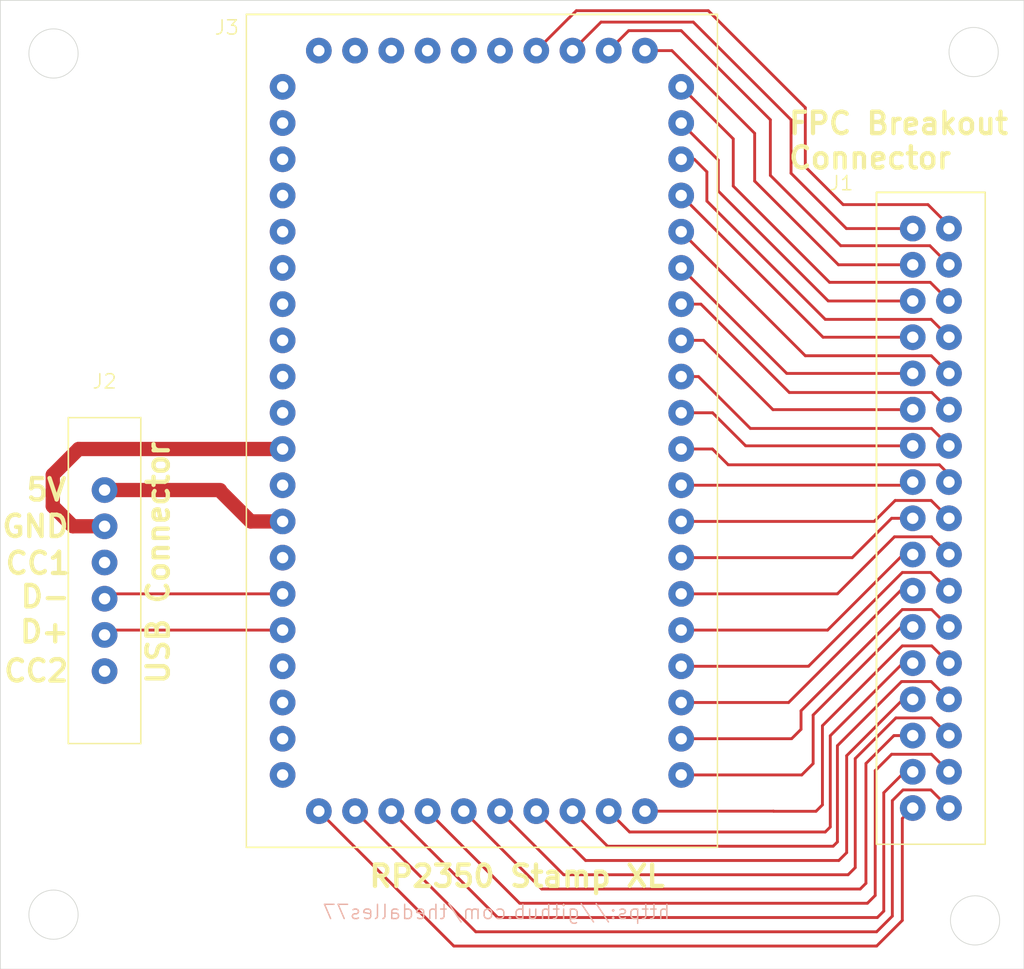
<source format=kicad_pcb>
(kicad_pcb (version 20241229) (generator "pcbnew") (generator_version "9.0")
  (layers (0 "F.Cu" signal) (2 "B.Cu" signal) (13 "F.Paste" user) (15 "B.Paste" user) (5 "F.SilkS" user "F.Silkscreen") (7 "B.SilkS" user "B.Silkscreen") (1 "F.Mask" user) (3 "B.Mask" user) (25 "Edge.Cuts" user))
  (net 0 "")
  (net 1 "Net-(J3-GP26)")
  (net 2 "Net-(J3-GP16)")
  (net 3 "Net-(J3-GP24)")
  (net 4 "Net-(J3-GP0)")
  (net 5 "Net-(J3-GP7)")
  (net 6 "Net-(J3-GP29)")
  (net 7 "Net-(J3-GP33)")
  (net 8 "Net-(J3-GP30)")
  (net 9 "Net-(J3-GP13)")
  (net 10 "Net-(J3-GP22)")
  (net 11 "Net-(J3-GP25)")
  (net 12 "Net-(J3-GP18)")
  (net 13 "Net-(J3-GP3)")
  (net 14 "Net-(J3-GP17)")
  (net 15 "Net-(J3-GP28)")
  (net 16 "Net-(J3-GP6)")
  (net 17 "Net-(J3-GP31)")
  (net 18 "Net-(J3-GP2)")
  (net 19 "Net-(J3-GP21)")
  (net 20 "Net-(J3-GP19)")
  (net 21 "Net-(J3-GP1)")
  (net 22 "Net-(J3-GP5)")
  (net 23 "Net-(J3-GP20)")
  (net 24 "Net-(J3-GP11)")
  (net 25 "Net-(J3-GP32)")
  (net 26 "Net-(J3-GP14)")
  (net 27 "Net-(J3-GP12)")
  (net 28 "Net-(J3-GP8)")
  (net 29 "Net-(J3-GP27)")
  (net 30 "Net-(J3-GP23)")
  (net 31 "Net-(J3-GP4)")
  (net 32 "Net-(J3-GP10)")
  (net 33 "Net-(J3-GP9)")
  (net 34 "Net-(J3-GP15)")
  (net 37 "Net-(J2-VBUS)")
  (net 38 "Net-(J2-D+)")
  (net 39 "Net-(J2-D-)")
  (net 40 "Net-(J2-GND)")
  (footprint "34pinLibrary:34 pin header" (layer "F.Cu") (at 168.73 82.68)
    (property "Reference" "J1" (at -5.0068 -3.18 0) (layer "F.SilkS") (effects (font (thickness 0.1))))
    (property "Value" "FPC Breakout" (hide yes))
    (fp_line (start -2.54 -2.54) (end 5.08 -2.54) (stroke (width 0.1)) (layer "F.SilkS"))
    (fp_line (start -2.54 -2.54) (end 5.08 -2.54) (stroke (width 0.1)) (layer "F.SilkS"))
    (fp_line (start -2.54 -2.54) (end 5.08 -2.54) (stroke (width 0.1)) (layer "F.SilkS"))
    (fp_line (start -2.54 43.18) (end -2.54 -2.54) (stroke (width 0.1)) (layer "F.SilkS"))
    (fp_line (start -2.54 43.18) (end -2.54 -2.54) (stroke (width 0.1)) (layer "F.SilkS"))
    (fp_line (start -2.54 43.18) (end -2.54 -2.54) (stroke (width 0.1)) (layer "F.SilkS"))
    (fp_line (start 5.08 -2.54) (end 5.08 43.18) (stroke (width 0.1)) (layer "F.SilkS"))
    (fp_line (start 5.08 -2.54) (end 5.08 43.18) (stroke (width 0.1)) (layer "F.SilkS"))
    (fp_line (start 5.08 43.18) (end -2.54 43.18) (stroke (width 0.1)) (layer "F.SilkS"))
    (pad "1" thru_hole circle (at 2.54 0) (size 1.8 1.8) (drill 0.8) (layers "*.Cu" "*.Mask") (net 7 "Net-(J3-GP33)"))
    (pad "2" thru_hole circle (at 0 0) (size 1.8 1.8) (drill 0.8) (layers "*.Cu" "*.Mask") (net 25 "Net-(J3-GP32)"))
    (pad "3" thru_hole circle (at 2.54 2.54) (size 1.8 1.8) (drill 0.8) (layers "*.Cu" "*.Mask") (net 17 "Net-(J3-GP31)"))
    (pad "4" thru_hole circle (at 0 2.54) (size 1.8 1.8) (drill 0.8) (layers "*.Cu" "*.Mask") (net 8 "Net-(J3-GP30)"))
    (pad "5" thru_hole circle (at 2.54 5.08) (size 1.8 1.8) (drill 0.8) (layers "*.Cu" "*.Mask") (net 6 "Net-(J3-GP29)"))
    (pad "6" thru_hole circle (at 0 5.08) (size 1.8 1.8) (drill 0.8) (layers "*.Cu" "*.Mask") (net 15 "Net-(J3-GP28)"))
    (pad "7" thru_hole circle (at 2.54 7.62) (size 1.8 1.8) (drill 0.8) (layers "*.Cu" "*.Mask") (net 29 "Net-(J3-GP27)"))
    (pad "8" thru_hole circle (at 0 7.62) (size 1.8 1.8) (drill 0.8) (layers "*.Cu" "*.Mask") (net 1 "Net-(J3-GP26)"))
    (pad "9" thru_hole circle (at 2.54 10.16) (size 1.8 1.8) (drill 0.8) (layers "*.Cu" "*.Mask") (net 11 "Net-(J3-GP25)"))
    (pad "10" thru_hole circle (at 0 10.16) (size 1.8 1.8) (drill 0.8) (layers "*.Cu" "*.Mask") (net 3 "Net-(J3-GP24)"))
    (pad "11" thru_hole circle (at 2.54 12.7) (size 1.8 1.8) (drill 0.8) (layers "*.Cu" "*.Mask") (net 30 "Net-(J3-GP23)"))
    (pad "12" thru_hole circle (at 0 12.7) (size 1.8 1.8) (drill 0.8) (layers "*.Cu" "*.Mask") (net 10 "Net-(J3-GP22)"))
    (pad "13" thru_hole circle (at 2.54 15.24) (size 1.8 1.8) (drill 0.8) (layers "*.Cu" "*.Mask") (net 19 "Net-(J3-GP21)"))
    (pad "14" thru_hole circle (at 0 15.24) (size 1.8 1.8) (drill 0.8) (layers "*.Cu" "*.Mask") (net 23 "Net-(J3-GP20)"))
    (pad "15" thru_hole circle (at 2.54 17.78) (size 1.8 1.8) (drill 0.8) (layers "*.Cu" "*.Mask") (net 20 "Net-(J3-GP19)"))
    (pad "16" thru_hole circle (at 0 17.78) (size 1.8 1.8) (drill 0.8) (layers "*.Cu" "*.Mask") (net 12 "Net-(J3-GP18)"))
    (pad "17" thru_hole circle (at 2.54 20.32) (size 1.8 1.8) (drill 0.8) (layers "*.Cu" "*.Mask") (net 14 "Net-(J3-GP17)"))
    (pad "18" thru_hole circle (at 0 20.32) (size 1.8 1.8) (drill 0.8) (layers "*.Cu" "*.Mask") (net 2 "Net-(J3-GP16)"))
    (pad "19" thru_hole circle (at 2.54 22.86) (size 1.8 1.8) (drill 0.8) (layers "*.Cu" "*.Mask") (net 34 "Net-(J3-GP15)"))
    (pad "20" thru_hole circle (at 0 22.86) (size 1.8 1.8) (drill 0.8) (layers "*.Cu" "*.Mask") (net 26 "Net-(J3-GP14)"))
    (pad "21" thru_hole circle (at 2.54 25.4) (size 1.8 1.8) (drill 0.8) (layers "*.Cu" "*.Mask") (net 9 "Net-(J3-GP13)"))
    (pad "22" thru_hole circle (at 0 25.4) (size 1.8 1.8) (drill 0.8) (layers "*.Cu" "*.Mask") (net 27 "Net-(J3-GP12)"))
    (pad "23" thru_hole circle (at 2.54 27.94) (size 1.8 1.8) (drill 0.8) (layers "*.Cu" "*.Mask") (net 24 "Net-(J3-GP11)"))
    (pad "24" thru_hole circle (at 0 27.94) (size 1.8 1.8) (drill 0.8) (layers "*.Cu" "*.Mask") (net 32 "Net-(J3-GP10)"))
    (pad "25" thru_hole circle (at 2.54 30.48) (size 1.8 1.8) (drill 0.8) (layers "*.Cu" "*.Mask") (net 33 "Net-(J3-GP9)"))
    (pad "26" thru_hole circle (at 0 30.48) (size 1.8 1.8) (drill 0.8) (layers "*.Cu" "*.Mask") (net 28 "Net-(J3-GP8)"))
    (pad "27" thru_hole circle (at 2.54 33.02) (size 1.8 1.8) (drill 0.8) (layers "*.Cu" "*.Mask") (net 5 "Net-(J3-GP7)"))
    (pad "28" thru_hole circle (at 0 33.02) (size 1.8 1.8) (drill 0.8) (layers "*.Cu" "*.Mask") (net 16 "Net-(J3-GP6)"))
    (pad "29" thru_hole circle (at 2.54 35.56) (size 1.8 1.8) (drill 0.8) (layers "*.Cu" "*.Mask") (net 22 "Net-(J3-GP5)"))
    (pad "30" thru_hole circle (at 0 35.56) (size 1.8 1.8) (drill 0.8) (layers "*.Cu" "*.Mask") (net 31 "Net-(J3-GP4)"))
    (pad "31" thru_hole circle (at 2.54 38.1) (size 1.8 1.8) (drill 0.8) (layers "*.Cu" "*.Mask") (net 13 "Net-(J3-GP3)"))
    (pad "32" thru_hole circle (at 0 38.1) (size 1.8 1.8) (drill 0.8) (layers "*.Cu" "*.Mask") (net 18 "Net-(J3-GP2)"))
    (pad "33" thru_hole circle (at 2.54 40.64) (size 1.8 1.8) (drill 0.8) (layers "*.Cu" "*.Mask") (net 21 "Net-(J3-GP1)"))
    (pad "34" thru_hole circle (at 0 40.64) (size 1.8 1.8) (drill 0.8) (layers "*.Cu" "*.Mask") (net 4 "Net-(J3-GP0)"))
  )
  (footprint "34pinLibrary:USB_C" (layer "F.Cu") (at 112.08 93.4)
    (property "Reference" "J2" (at 0 0 0) (layer "F.SilkS") (effects (font (thickness 0.1))))
    (property "Value" "USB C Breakout")
    (fp_line (start -2.54 2.54) (end 2.54 2.54) (stroke (width 0.1)) (layer "F.SilkS"))
    (fp_line (start -2.54 25.4) (end -2.54 2.54) (stroke (width 0.1)) (layer "F.SilkS"))
    (fp_line (start -2.54 25.4) (end -2.54 2.54) (stroke (width 0.1)) (layer "F.SilkS"))
    (fp_line (start -2.54 25.4) (end -2.54 2.54) (stroke (width 0.1)) (layer "F.SilkS"))
    (fp_line (start 2.54 2.54) (end 2.54 25.4) (stroke (width 0.1)) (layer "F.SilkS"))
    (fp_line (start 2.54 2.54) (end 2.54 25.4) (stroke (width 0.1)) (layer "F.SilkS"))
    (fp_line (start 2.54 2.54) (end 2.54 25.4) (stroke (width 0.1)) (layer "F.SilkS"))
    (fp_line (start 2.54 25.4) (end -2.54 25.4) (stroke (width 0.1)) (layer "F.SilkS"))
    (pad "1" thru_hole circle (at 0 7.62) (size 1.8 1.8) (drill 0.8) (layers "*.Cu" "*.Mask") (net 37 "Net-(J2-VBUS)"))
    (pad "2" thru_hole circle (at 0 10.16) (size 1.8 1.8) (drill 0.8) (layers "*.Cu" "*.Mask") (net 40 "Net-(J2-GND)"))
    (pad "3" thru_hole circle (at 0 12.7) (size 1.8 1.8) (drill 0.8) (layers "*.Cu" "*.Mask"))
    (pad "4" thru_hole circle (at 0 15.24) (size 1.8 1.8) (drill 0.8) (layers "*.Cu" "*.Mask") (net 39 "Net-(J2-D-)"))
    (pad "5" thru_hole circle (at 0 17.78) (size 1.8 1.8) (drill 0.8) (layers "*.Cu" "*.Mask") (net 38 "Net-(J2-D+)"))
    (pad "6" thru_hole circle (at 0 20.32) (size 1.8 1.8) (drill 0.8) (layers "*.Cu" "*.Mask"))
  )
  (footprint "34pinLibrary:RP2350 Stamp XL" (layer "F.Cu") (at 137.26 67.66)
    (property "Reference" "J3" (at -16.61 0.92 0) (layer "F.SilkS") (effects (font (thickness 0.1))))
    (property "Value" "RP2350 STAMP XL")
    (fp_line (start -15.24 0) (end -15.24 58.42) (stroke (width 0.1)) (layer "F.SilkS"))
    (fp_line (start -15.24 0) (end 17.78 0) (stroke (width 0.1)) (layer "F.SilkS"))
    (fp_line (start -15.24 58.42) (end 17.78 58.42) (stroke (width 0.1)) (layer "F.SilkS"))
    (fp_line (start -15.24 58.42) (end 17.78 58.42) (stroke (width 0.1)) (layer "F.SilkS"))
    (fp_line (start 17.78 0) (end -15.24 0) (stroke (width 0.1)) (layer "F.SilkS"))
    (fp_line (start 17.78 0) (end -15.24 0) (stroke (width 0.1)) (layer "F.SilkS"))
    (fp_line (start 17.78 58.42) (end -15.24 58.42) (stroke (width 0.1)) (layer "F.SilkS"))
    (fp_line (start 17.78 58.42) (end 17.78 0) (stroke (width 0.1)) (layer "F.SilkS"))
    (pad "1" thru_hole circle (at -10.16 55.88) (size 1.8 1.8) (drill 0.8) (layers "*.Cu" "*.Mask") (net 4 "Net-(J3-GP0)"))
    (pad "2" thru_hole circle (at -7.62 55.88) (size 1.8 1.8) (drill 0.8) (layers "*.Cu" "*.Mask") (net 21 "Net-(J3-GP1)"))
    (pad "3" thru_hole circle (at -5.08 55.88) (size 1.8 1.8) (drill 0.8) (layers "*.Cu" "*.Mask") (net 18 "Net-(J3-GP2)"))
    (pad "4" thru_hole circle (at -2.54 55.88) (size 1.8 1.8) (drill 0.8) (layers "*.Cu" "*.Mask") (net 13 "Net-(J3-GP3)"))
    (pad "5" thru_hole circle (at 0 55.88) (size 1.8 1.8) (drill 0.8) (layers "*.Cu" "*.Mask") (net 31 "Net-(J3-GP4)"))
    (pad "6" thru_hole circle (at 2.54 55.88) (size 1.8 1.8) (drill 0.8) (layers "*.Cu" "*.Mask") (net 22 "Net-(J3-GP5)"))
    (pad "7" thru_hole circle (at 5.08 55.88) (size 1.8 1.8) (drill 0.8) (layers "*.Cu" "*.Mask") (net 16 "Net-(J3-GP6)"))
    (pad "8" thru_hole circle (at 7.62 55.88) (size 1.8 1.8) (drill 0.8) (layers "*.Cu" "*.Mask") (net 5 "Net-(J3-GP7)"))
    (pad "9" thru_hole circle (at 10.16 55.88) (size 1.8 1.8) (drill 0.8) (layers "*.Cu" "*.Mask") (net 28 "Net-(J3-GP8)"))
    (pad "10" thru_hole circle (at 12.7 55.88) (size 1.8 1.8) (drill 0.8) (layers "*.Cu" "*.Mask") (net 33 "Net-(J3-GP9)"))
    (pad "11" thru_hole circle (at 15.24 53.34) (size 1.8 1.8) (drill 0.8) (layers "*.Cu" "*.Mask") (net 32 "Net-(J3-GP10)"))
    (pad "12" thru_hole circle (at 15.24 50.8) (size 1.8 1.8) (drill 0.8) (layers "*.Cu" "*.Mask") (net 24 "Net-(J3-GP11)"))
    (pad "13" thru_hole circle (at 15.24 48.26) (size 1.8 1.8) (drill 0.8) (layers "*.Cu" "*.Mask") (net 27 "Net-(J3-GP12)"))
    (pad "14" thru_hole circle (at 15.24 45.72) (size 1.8 1.8) (drill 0.8) (layers "*.Cu" "*.Mask") (net 9 "Net-(J3-GP13)"))
    (pad "15" thru_hole circle (at 15.24 43.18) (size 1.8 1.8) (drill 0.8) (layers "*.Cu" "*.Mask") (net 26 "Net-(J3-GP14)"))
    (pad "16" thru_hole circle (at 15.24 40.64) (size 1.8 1.8) (drill 0.8) (layers "*.Cu" "*.Mask") (net 34 "Net-(J3-GP15)"))
    (pad "17" thru_hole circle (at 15.24 38.1) (size 1.8 1.8) (drill 0.8) (layers "*.Cu" "*.Mask") (net 2 "Net-(J3-GP16)"))
    (pad "18" thru_hole circle (at 15.24 35.56) (size 1.8 1.8) (drill 0.8) (layers "*.Cu" "*.Mask") (net 14 "Net-(J3-GP17)"))
    (pad "19" thru_hole circle (at 15.24 33.02) (size 1.8 1.8) (drill 0.8) (layers "*.Cu" "*.Mask") (net 12 "Net-(J3-GP18)"))
    (pad "20" thru_hole circle (at 15.24 30.48) (size 1.8 1.8) (drill 0.8) (layers "*.Cu" "*.Mask") (net 20 "Net-(J3-GP19)"))
    (pad "21" thru_hole circle (at 15.24 27.94) (size 1.8 1.8) (drill 0.8) (layers "*.Cu" "*.Mask") (net 23 "Net-(J3-GP20)"))
    (pad "22" thru_hole circle (at 15.24 25.4) (size 1.8 1.8) (drill 0.8) (layers "*.Cu" "*.Mask") (net 19 "Net-(J3-GP21)"))
    (pad "23" thru_hole circle (at 15.24 22.86) (size 1.8 1.8) (drill 0.8) (layers "*.Cu" "*.Mask") (net 10 "Net-(J3-GP22)"))
    (pad "24" thru_hole circle (at 15.24 20.32) (size 1.8 1.8) (drill 0.8) (layers "*.Cu" "*.Mask") (net 30 "Net-(J3-GP23)"))
    (pad "25" thru_hole circle (at 15.24 17.78) (size 1.8 1.8) (drill 0.8) (layers "*.Cu" "*.Mask") (net 3 "Net-(J3-GP24)"))
    (pad "26" thru_hole circle (at 15.24 15.24) (size 1.8 1.8) (drill 0.8) (layers "*.Cu" "*.Mask") (net 11 "Net-(J3-GP25)"))
    (pad "27" thru_hole circle (at 15.24 12.7) (size 1.8 1.8) (drill 0.8) (layers "*.Cu" "*.Mask") (net 1 "Net-(J3-GP26)"))
    (pad "28" thru_hole circle (at 15.24 10.16) (size 1.8 1.8) (drill 0.8) (layers "*.Cu" "*.Mask") (net 29 "Net-(J3-GP27)"))
    (pad "29" thru_hole circle (at 15.24 7.62) (size 1.8 1.8) (drill 0.8) (layers "*.Cu" "*.Mask") (net 15 "Net-(J3-GP28)"))
    (pad "30" thru_hole circle (at 15.24 5.08) (size 1.8 1.8) (drill 0.8) (layers "*.Cu" "*.Mask") (net 6 "Net-(J3-GP29)"))
    (pad "31" thru_hole circle (at 12.7 2.54) (size 1.8 1.8) (drill 0.8) (layers "*.Cu" "*.Mask") (net 8 "Net-(J3-GP30)"))
    (pad "32" thru_hole circle (at 10.16 2.54) (size 1.8 1.8) (drill 0.8) (layers "*.Cu" "*.Mask") (net 17 "Net-(J3-GP31)"))
    (pad "33" thru_hole circle (at 7.62 2.54) (size 1.8 1.8) (drill 0.8) (layers "*.Cu" "*.Mask") (net 25 "Net-(J3-GP32)"))
    (pad "34" thru_hole circle (at 5.08 2.54) (size 1.8 1.8) (drill 0.8) (layers "*.Cu" "*.Mask") (net 7 "Net-(J3-GP33)"))
    (pad "35" thru_hole circle (at 2.54 2.54) (size 1.8 1.8) (drill 0.8) (layers "*.Cu" "*.Mask"))
    (pad "36" thru_hole circle (at 0 2.54) (size 1.8 1.8) (drill 0.8) (layers "*.Cu" "*.Mask"))
    (pad "37" thru_hole circle (at -2.54 2.54) (size 1.8 1.8) (drill 0.8) (layers "*.Cu" "*.Mask"))
    (pad "38" thru_hole circle (at -5.08 2.54) (size 1.8 1.8) (drill 0.8) (layers "*.Cu" "*.Mask"))
    (pad "39" thru_hole circle (at -7.62 2.54) (size 1.8 1.8) (drill 0.8) (layers "*.Cu" "*.Mask"))
    (pad "40" thru_hole circle (at -10.16 2.54) (size 1.8 1.8) (drill 0.8) (layers "*.Cu" "*.Mask"))
    (pad "41" thru_hole circle (at -12.7 5.08) (size 1.8 1.8) (drill 0.8) (layers "*.Cu" "*.Mask"))
    (pad "42" thru_hole circle (at -12.7 7.62) (size 1.8 1.8) (drill 0.8) (layers "*.Cu" "*.Mask"))
    (pad "43" thru_hole circle (at -12.7 10.16) (size 1.8 1.8) (drill 0.8) (layers "*.Cu" "*.Mask"))
    (pad "44" thru_hole circle (at -12.7 12.7) (size 1.8 1.8) (drill 0.8) (layers "*.Cu" "*.Mask"))
    (pad "45" thru_hole circle (at -12.7 15.24) (size 1.8 1.8) (drill 0.8) (layers "*.Cu" "*.Mask"))
    (pad "46" thru_hole circle (at -12.7 17.78) (size 1.8 1.8) (drill 0.8) (layers "*.Cu" "*.Mask"))
    (pad "47" thru_hole circle (at -12.7 20.32) (size 1.8 1.8) (drill 0.8) (layers "*.Cu" "*.Mask"))
    (pad "48" thru_hole circle (at -12.7 22.86) (size 1.8 1.8) (drill 0.8) (layers "*.Cu" "*.Mask"))
    (pad "49" thru_hole circle (at -12.7 25.4) (size 1.8 1.8) (drill 0.8) (layers "*.Cu" "*.Mask"))
    (pad "50" thru_hole circle (at -12.7 27.94) (size 1.8 1.8) (drill 0.8) (layers "*.Cu" "*.Mask"))
    (pad "51" thru_hole circle (at -12.7 30.48) (size 1.8 1.8) (drill 0.8) (layers "*.Cu" "*.Mask") (net 40 "Net-(J2-GND)"))
    (pad "52" thru_hole circle (at -12.7 33.02) (size 1.8 1.8) (drill 0.8) (layers "*.Cu" "*.Mask"))
    (pad "53" thru_hole circle (at -12.7 35.56) (size 1.8 1.8) (drill 0.8) (layers "*.Cu" "*.Mask") (net 37 "Net-(J2-VBUS)"))
    (pad "54" thru_hole circle (at -12.7 38.1) (size 1.8 1.8) (drill 0.8) (layers "*.Cu" "*.Mask"))
    (pad "55" thru_hole circle (at -12.7 40.64) (size 1.8 1.8) (drill 0.8) (layers "*.Cu" "*.Mask") (net 39 "Net-(J2-D-)"))
    (pad "56" thru_hole circle (at -12.7 43.18) (size 1.8 1.8) (drill 0.8) (layers "*.Cu" "*.Mask") (net 38 "Net-(J2-D+)"))
    (pad "57" thru_hole circle (at -12.7 45.72) (size 1.8 1.8) (drill 0.8) (layers "*.Cu" "*.Mask"))
    (pad "58" thru_hole circle (at -12.7 48.26) (size 1.8 1.8) (drill 0.8) (layers "*.Cu" "*.Mask"))
    (pad "59" thru_hole circle (at -12.7 50.8) (size 1.8 1.8) (drill 0.8) (layers "*.Cu" "*.Mask"))
    (pad "60" thru_hole circle (at -12.7 53.34) (size 1.8 1.8) (drill 0.8) (layers "*.Cu" "*.Mask"))
  )
  (gr_line (start 104.775 134.62) (end 104.775 66.675) (stroke (width 0.05)) (layer "Edge.Cuts"))
  (gr_circle (center 173.1 131.2) (end 173.4 129.5) (stroke (width 0.05)) (fill no) (layer "Edge.Cuts"))
  (gr_circle (center 108.5 130.8) (end 108.8 129.1) (stroke (width 0.05)) (fill no) (layer "Edge.Cuts"))
  (gr_circle (center 173 70.3) (end 173.3 68.6) (stroke (width 0.05)) (fill no) (layer "Edge.Cuts"))
  (gr_line (start 176.53 134.62) (end 104.775 134.62) (stroke (width 0.05)) (layer "Edge.Cuts"))
  (gr_circle (center 108.5 70.4) (end 108.8 68.7) (stroke (width 0.05)) (fill no) (layer "Edge.Cuts"))
  (gr_line (start 176.53 66.675) (end 176.53 134.62) (stroke (width 0.05)) (layer "Edge.Cuts"))
  (gr_line (start 104.775 66.675) (end 176.53 66.675) (stroke (width 0.05)) (layer "Edge.Cuts"))
  (gr_text "GND" (at 104.7496 104.4448 0) (layer "F.SilkS") (effects (font (size 1.5 1.5) (thickness 0.3) (bold yes)) (justify left bottom)))
  (gr_text "USB Connector" (at 116.713 114.7826 90) (layer "F.SilkS") (effects (font (size 1.5 1.5) (thickness 0.3) (bold yes)) (justify left bottom)))
  (gr_text "RP2350 Stamp XL" (at 130.4798 128.9812 0) (layer "F.SilkS") (effects (font (size 1.5 1.5) (thickness 0.3) (bold yes)) (justify left bottom)))
  (gr_text "D+" (at 105.9942 111.8362 0) (layer "F.SilkS") (effects (font (size 1.5 1.5) (thickness 0.3) (bold yes)) (justify left bottom)))
  (gr_text "FPC Breakout\nConnector" (at 159.9 78.6 0) (layer "F.SilkS") (effects (font (size 1.5 1.5) (thickness 0.3) (bold yes)) (justify left bottom)))
  (gr_text "CC1" (at 104.9782 107.0356 0) (layer "F.SilkS") (effects (font (size 1.5 1.5) (thickness 0.3) (bold yes)) (justify left bottom)))
  (gr_text "D-" (at 106.045 109.3724 0) (layer "F.SilkS") (effects (font (size 1.5 1.5) (thickness 0.3) (bold yes)) (justify left bottom)))
  (gr_text "5V" (at 106.4514 101.8794 0) (layer "F.SilkS") (effects (font (size 1.5 1.5) (thickness 0.3) (bold yes)) (justify left bottom)))
  (gr_text "CC2" (at 104.8766 114.5794 0) (layer "F.SilkS") (effects (font (size 1.5 1.5) (thickness 0.3) (bold yes)) (justify left bottom)))
  (gr_text "https://github.com/thedalles77" (at 151.8 131.2 0) (layer "B.SilkS") (effects (font (size 1 1) (thickness 0.1)) (justify left bottom mirror)))
  (segment (start 162.44 90.3) (end 168.73 90.3) (width 0.2) (layer "F.Cu") (net 1))
  (segment (start 152.5 80.36) (end 162.44 90.3) (width 0.2) (layer "F.Cu") (net 1))
  (segment (start 167.25 103) (end 168.73 103) (width 0.2) (layer "F.Cu") (net 2))
  (segment (start 152.5 105.76) (end 164.49 105.76) (width 0.2) (layer "F.Cu") (net 2))
  (segment (start 164.49 105.76) (end 167.25 103) (width 0.2) (layer "F.Cu") (net 2))
  (segment (start 152.5 85.44) (end 159.9 92.84) (width 0.2) (layer "F.Cu") (net 3))
  (segment (start 159.9 92.84) (end 168.73 92.84) (width 0.2) (layer "F.Cu") (net 3))
  (segment (start 166.1 133) (end 166.2 133) (width 0.2) (layer "F.Cu") (net 4))
  (segment (start 168 131.2) (end 168 124.05) (width 0.2) (layer "F.Cu") (net 4))
  (segment (start 127.1 123.54) (end 136.56 133) (width 0.2) (layer "F.Cu") (net 4))
  (segment (start 166.2 133) (end 168 131.2) (width 0.2) (layer "F.Cu") (net 4))
  (segment (start 168 124.05) (end 168.73 123.32) (width 0.2) (layer "F.Cu") (net 4))
  (segment (start 136.56 133) (end 166.1 133) (width 0.2) (layer "F.Cu") (net 4))
  (segment (start 167.95 114.45) (end 170.02 114.45) (width 0.2) (layer "F.Cu") (net 5))
  (segment (start 163.15 126) (end 163.45 125.7) (width 0.2) (layer "F.Cu") (net 5))
  (segment (start 170.02 114.45) (end 171.27 115.7) (width 0.2) (layer "F.Cu") (net 5))
  (segment (start 163.45 125.7) (end 163.45 118.95) (width 0.2) (layer "F.Cu") (net 5))
  (segment (start 144.88 123.54) (end 147.34 126) (width 0.2) (layer "F.Cu") (net 5))
  (segment (start 163.45 118.95) (end 167.95 114.45) (width 0.2) (layer "F.Cu") (net 5))
  (segment (start 147.34 126) (end 163.15 126) (width 0.2) (layer "F.Cu") (net 5))
  (segment (start 171.27 87.76) (end 169.96 86.45) (width 0.2) (layer "F.Cu") (net 6))
  (segment (start 156.15 76.39) (end 152.5 72.74) (width 0.2) (layer "F.Cu") (net 6))
  (segment (start 156.15 79.7) (end 156.15 76.39) (width 0.2) (layer "F.Cu") (net 6))
  (segment (start 162.9 86.45) (end 156.15 79.7) (width 0.2) (layer "F.Cu") (net 6))
  (segment (start 169.96 86.45) (end 162.9 86.45) (width 0.2) (layer "F.Cu") (net 6))
  (segment (start 169.8 81) (end 163.85 81) (width 0.2) (layer "F.Cu") (net 7))
  (segment (start 161.2 74.2) (end 154.4 67.4) (width 0.2) (layer "F.Cu") (net 7))
  (segment (start 144.64 67.9) (end 142.34 70.2) (width 0.2) (layer "F.Cu") (net 7))
  (segment (start 161.2 78.35) (end 161.2 74.2) (width 0.2) (layer "F.Cu") (net 7))
  (segment (start 145.15 67.4) (end 144.65 67.9) (width 0.2) (layer "F.Cu") (net 7))
  (segment (start 171.27 82.47) (end 169.8 81) (width 0.2) (layer "F.Cu") (net 7))
  (segment (start 163.85 81) (end 161.2 78.35) (width 0.2) (layer "F.Cu") (net 7))
  (segment (start 154.4 67.4) (end 145.15 67.4) (width 0.2) (layer "F.Cu") (net 7))
  (segment (start 144.65 67.9) (end 144.64 67.9) (width 0.2) (layer "F.Cu") (net 7))
  (segment (start 171.27 82.68) (end 171.27 82.47) (width 0.2) (layer "F.Cu") (net 7))
  (segment (start 163.52 85.22) (end 168.73 85.22) (width 0.2) (layer "F.Cu") (net 8))
  (segment (start 151.85 70.2) (end 157.65 76) (width 0.2) (layer "F.Cu") (net 8))
  (segment (start 157.65 79.35) (end 163.52 85.22) (width 0.2) (layer "F.Cu") (net 8))
  (segment (start 157.65 76) (end 157.65 79.35) (width 0.2) (layer "F.Cu") (net 8))
  (segment (start 149.96 70.2) (end 151.85 70.2) (width 0.2) (layer "F.Cu") (net 8))
  (segment (start 152.5 113.38) (end 161.42 113.38) (width 0.2) (layer "F.Cu") (net 9))
  (segment (start 168 106.8) (end 169.99 106.8) (width 0.2) (layer "F.Cu") (net 9))
  (segment (start 161.42 113.38) (end 168 106.8) (width 0.2) (layer "F.Cu") (net 9))
  (segment (start 169.99 106.8) (end 171.27 108.08) (width 0.2) (layer "F.Cu") (net 9))
  (segment (start 152.5 90.52) (end 154.07 90.52) (width 0.2) (layer "F.Cu") (net 10))
  (segment (start 154.07 90.52) (end 158.93 95.38) (width 0.2) (layer "F.Cu") (net 10))
  (segment (start 158.93 95.38) (end 168.73 95.38) (width 0.2) (layer "F.Cu") (net 10))
  (segment (start 161.2 91.6) (end 170.03 91.6) (width 0.2) (layer "F.Cu") (net 11))
  (segment (start 170.03 91.6) (end 171.27 92.84) (width 0.2) (layer "F.Cu") (net 11))
  (segment (start 152.5 82.9) (end 161.2 91.6) (width 0.2) (layer "F.Cu") (net 11))
  (segment (start 152.5 100.68) (end 168.51 100.68) (width 0.2) (layer "F.Cu") (net 12))
  (segment (start 168.51 100.68) (end 168.73 100.46) (width 0.2) (layer "F.Cu") (net 12))
  (segment (start 166.1 120.7) (end 167.25 119.55) (width 0.2) (layer "F.Cu") (net 13))
  (segment (start 134.72 123.54) (end 141.18 130) (width 0.2) (layer "F.Cu") (net 13))
  (segment (start 166.1 129.45) (end 166.1 120.7) (width 0.2) (layer "F.Cu") (net 13))
  (segment (start 167.25 119.55) (end 170.04 119.55) (width 0.2) (layer "F.Cu") (net 13))
  (segment (start 170.04 119.55) (end 171.27 120.78) (width 0.2) (layer "F.Cu") (net 13))
  (segment (start 165.55 130) (end 166.1 129.45) (width 0.2) (layer "F.Cu") (net 13))
  (segment (start 141.18 130) (end 165.55 130) (width 0.2) (layer "F.Cu") (net 13))
  (segment (start 166.03 103.22) (end 167.5 101.75) (width 0.2) (layer "F.Cu") (net 14))
  (segment (start 167.5 101.75) (end 170.02 101.75) (width 0.2) (layer "F.Cu") (net 14))
  (segment (start 152.5 103.22) (end 166.03 103.22) (width 0.2) (layer "F.Cu") (net 14))
  (segment (start 170.02 101.75) (end 171.27 103) (width 0.2) (layer "F.Cu") (net 14))
  (segment (start 162.81 87.76) (end 168.73 87.76) (width 0.2) (layer "F.Cu") (net 15))
  (segment (start 155.1 80.05) (end 162.81 87.76) (width 0.2) (layer "F.Cu") (net 15))
  (segment (start 152.5 75.28) (end 155.1 77.88) (width 0.2) (layer "F.Cu") (net 15))
  (segment (start 155.1 77.88) (end 155.1 80.05) (width 0.2) (layer "F.Cu") (net 15))
  (segment (start 168.05 115.7) (end 168.73 115.7) (width 0.2) (layer "F.Cu") (net 16))
  (segment (start 145.8 127) (end 163.55 127) (width 0.2) (layer "F.Cu") (net 16))
  (segment (start 163.55 127) (end 164.1 126.45) (width 0.2) (layer "F.Cu") (net 16))
  (segment (start 142.34 123.54) (end 145.8 127) (width 0.2) (layer "F.Cu") (net 16))
  (segment (start 164.1 126.45) (end 164.1 119.65) (width 0.2) (layer "F.Cu") (net 16))
  (segment (start 164.1 119.65) (end 168.05 115.7) (width 0.2) (layer "F.Cu") (net 16))
  (segment (start 152.5 68.8) (end 148.82 68.8) (width 0.2) (layer "F.Cu") (net 17))
  (segment (start 158.75 75.05) (end 152.5 68.8) (width 0.2) (layer "F.Cu") (net 17))
  (segment (start 163.681 83.881) (end 158.75 78.95) (width 0.2) (layer "F.Cu") (net 17))
  (segment (start 148.82 68.8) (end 147.42 70.2) (width 0.2) (layer "F.Cu") (net 17))
  (segment (start 158.75 78.95) (end 158.75 75.05) (width 0.2) (layer "F.Cu") (net 17))
  (segment (start 171.27 85.22) (end 169.931 83.881) (width 0.2) (layer "F.Cu") (net 17))
  (segment (start 169.931 83.881) (end 163.681 83.881) (width 0.2) (layer "F.Cu") (net 17))
  (segment (start 166.7 122.25) (end 168.17 120.78) (width 0.2) (layer "F.Cu") (net 18))
  (segment (start 166.7 130.55) (end 166.7 122.25) (width 0.2) (layer "F.Cu") (net 18))
  (segment (start 132.18 123.54) (end 139.64 131) (width 0.2) (layer "F.Cu") (net 18))
  (segment (start 166.25 131) (end 166.7 130.55) (width 0.2) (layer "F.Cu") (net 18))
  (segment (start 168.17 120.78) (end 168.73 120.78) (width 0.2) (layer "F.Cu") (net 18))
  (segment (start 139.64 131) (end 166.25 131) (width 0.2) (layer "F.Cu") (net 18))
  (segment (start 153.71 93.06) (end 157.35 96.7) (width 0.2) (layer "F.Cu") (net 19))
  (segment (start 157.35 96.7) (end 170.05 96.7) (width 0.2) (layer "F.Cu") (net 19))
  (segment (start 152.5 93.06) (end 153.71 93.06) (width 0.2) (layer "F.Cu") (net 19))
  (segment (start 170.05 96.7) (end 171.27 97.92) (width 0.2) (layer "F.Cu") (net 19))
  (segment (start 171.27 99.92) (end 171.27 100.46) (width 0.2) (layer "F.Cu") (net 20))
  (segment (start 170.6 99.25) (end 171.27 99.92) (width 0.2) (layer "F.Cu") (net 20))
  (segment (start 154.69 98.14) (end 155.8 99.25) (width 0.2) (layer "F.Cu") (net 20))
  (segment (start 155.8 99.25) (end 170.6 99.25) (width 0.2) (layer "F.Cu") (net 20))
  (segment (start 152.5 98.14) (end 154.69 98.14) (width 0.2) (layer "F.Cu") (net 20))
  (segment (start 167.3 130.9) (end 167.3 122.8) (width 0.2) (layer "F.Cu") (net 21))
  (segment (start 166.2 132) (end 167.3 130.9) (width 0.2) (layer "F.Cu") (net 21))
  (segment (start 129.64 123.54) (end 138.1 132) (width 0.2) (layer "F.Cu") (net 21))
  (segment (start 168.05 122.05) (end 170 122.05) (width 0.2) (layer "F.Cu") (net 21))
  (segment (start 167.3 122.8) (end 168.05 122.05) (width 0.2) (layer "F.Cu") (net 21))
  (segment (start 170 122.05) (end 171.27 123.32) (width 0.2) (layer "F.Cu") (net 21))
  (segment (start 138.1 132) (end 166.2 132) (width 0.2) (layer "F.Cu") (net 21))
  (segment (start 144.26 128) (end 164.2 128) (width 0.2) (layer "F.Cu") (net 22))
  (segment (start 164.7 119.85) (end 167.55 117) (width 0.2) (layer "F.Cu") (net 22))
  (segment (start 170.03 117) (end 171.27 118.24) (width 0.2) (layer "F.Cu") (net 22))
  (segment (start 139.8 123.54) (end 144.26 128) (width 0.2) (layer "F.Cu") (net 22))
  (segment (start 164.2 128) (end 164.7 127.5) (width 0.2) (layer "F.Cu") (net 22))
  (segment (start 167.55 117) (end 170.03 117) (width 0.2) (layer "F.Cu") (net 22))
  (segment (start 164.7 127.5) (end 164.7 119.85) (width 0.2) (layer "F.Cu") (net 22))
  (segment (start 152.5 95.6) (end 154.7 95.6) (width 0.2) (layer "F.Cu") (net 23))
  (segment (start 154.7 95.6) (end 157.02 97.92) (width 0.2) (layer "F.Cu") (net 23))
  (segment (start 157.02 97.92) (end 168.73 97.92) (width 0.2) (layer "F.Cu") (net 23))
  (segment (start 168 109.4) (end 170.05 109.4) (width 0.2) (layer "F.Cu") (net 24))
  (segment (start 170.05 109.4) (end 171.27 110.62) (width 0.2) (layer "F.Cu") (net 24))
  (segment (start 160.9 116.5) (end 168 109.4) (width 0.2) (layer "F.Cu") (net 24))
  (segment (start 160.24 118.46) (end 160.9 117.8) (width 0.2) (layer "F.Cu") (net 24))
  (segment (start 152.5 118.46) (end 160.24 118.46) (width 0.2) (layer "F.Cu") (net 24))
  (segment (start 160.9 117.8) (end 160.9 116.5) (width 0.2) (layer "F.Cu") (net 24))
  (segment (start 160.2 78.8) (end 164.08 82.68) (width 0.2) (layer "F.Cu") (net 25))
  (segment (start 153.35 68.2) (end 160.2 75.05) (width 0.2) (layer "F.Cu") (net 25))
  (segment (start 164.08 82.68) (end 168.73 82.68) (width 0.2) (layer "F.Cu") (net 25))
  (segment (start 144.88 70.2) (end 146.88 68.2) (width 0.2) (layer "F.Cu") (net 25))
  (segment (start 146.88 68.2) (end 153.35 68.2) (width 0.2) (layer "F.Cu") (net 25))
  (segment (start 160.2 75.05) (end 160.2 78.8) (width 0.2) (layer "F.Cu") (net 25))
  (segment (start 168.06 105.54) (end 168.73 105.54) (width 0.2) (layer "F.Cu") (net 26))
  (segment (start 152.5 110.84) (end 162.76 110.84) (width 0.2) (layer "F.Cu") (net 26))
  (segment (start 162.76 110.84) (end 168.06 105.54) (width 0.2) (layer "F.Cu") (net 26))
  (segment (start 167.87 108.08) (end 168.73 108.08) (width 0.2) (layer "F.Cu") (net 27))
  (segment (start 160.03 115.92) (end 167.87 108.08) (width 0.2) (layer "F.Cu") (net 27))
  (segment (start 152.5 115.92) (end 160.03 115.92) (width 0.2) (layer "F.Cu") (net 27))
  (segment (start 162.6 125) (end 162.95 124.65) (width 0.2) (layer "F.Cu") (net 28))
  (segment (start 147.42 123.54) (end 148.88 125) (width 0.2) (layer "F.Cu") (net 28))
  (segment (start 148.88 125) (end 162.6 125) (width 0.2) (layer "F.Cu") (net 28))
  (segment (start 168.04 113.16) (end 168.73 113.16) (width 0.2) (layer "F.Cu") (net 28))
  (segment (start 162.95 124.65) (end 162.95 118.25) (width 0.2) (layer "F.Cu") (net 28))
  (segment (start 162.95 118.25) (end 168.04 113.16) (width 0.2) (layer "F.Cu") (net 28))
  (segment (start 170.02 89.05) (end 162.6 89.05) (width 0.2) (layer "F.Cu") (net 29))
  (segment (start 154.3 78.7) (end 153.42 77.82) (width 0.2) (layer "F.Cu") (net 29))
  (segment (start 171.27 90.3) (end 170.02 89.05) (width 0.2) (layer "F.Cu") (net 29))
  (segment (start 154.3 80.75) (end 154.3 78.7) (width 0.2) (layer "F.Cu") (net 29))
  (segment (start 153.42 77.82) (end 152.5 77.82) (width 0.2) (layer "F.Cu") (net 29))
  (segment (start 162.6 89.05) (end 154.3 80.75) (width 0.2) (layer "F.Cu") (net 29))
  (segment (start 160.079 94.179) (end 170.069 94.179) (width 0.2) (layer "F.Cu") (net 30))
  (segment (start 170.069 94.179) (end 171.27 95.38) (width 0.2) (layer "F.Cu") (net 30))
  (segment (start 152.5 87.98) (end 153.88 87.98) (width 0.2) (layer "F.Cu") (net 30))
  (segment (start 153.88 87.98) (end 160.079 94.179) (width 0.2) (layer "F.Cu") (net 30))
  (segment (start 165.45 120.2) (end 167.41 118.24) (width 0.2) (layer "F.Cu") (net 31))
  (segment (start 137.26 123.54) (end 142.72 129) (width 0.2) (layer "F.Cu") (net 31))
  (segment (start 165.45 128.6) (end 165.45 120.2) (width 0.2) (layer "F.Cu") (net 31))
  (segment (start 165.05 129) (end 165.45 128.6) (width 0.2) (layer "F.Cu") (net 31))
  (segment (start 167.41 118.24) (end 168.73 118.24) (width 0.2) (layer "F.Cu") (net 31))
  (segment (start 142.72 129) (end 165.05 129) (width 0.2) (layer "F.Cu") (net 31))
  (segment (start 152.5 121) (end 160.95 121) (width 0.2) (layer "F.Cu") (net 32))
  (segment (start 161.75 116.8) (end 167.93 110.62) (width 0.2) (layer "F.Cu") (net 32))
  (segment (start 161.75 120.2) (end 161.75 116.8) (width 0.2) (layer "F.Cu") (net 32))
  (segment (start 160.95 121) (end 161.75 120.2) (width 0.2) (layer "F.Cu") (net 32))
  (segment (start 167.93 110.62) (end 168.73 110.62) (width 0.2) (layer "F.Cu") (net 32))
  (segment (start 161.95 123.55) (end 162.4 123.1) (width 0.2) (layer "F.Cu") (net 33))
  (segment (start 149.96 123.54) (end 158.96 123.54) (width 0.2) (layer "F.Cu") (net 33))
  (segment (start 158.97 123.55) (end 161.95 123.55) (width 0.2) (layer "F.Cu") (net 33))
  (segment (start 170.06 111.95) (end 171.27 113.16) (width 0.2) (layer "F.Cu") (net 33))
  (segment (start 168 111.95) (end 170.06 111.95) (width 0.2) (layer "F.Cu") (net 33))
  (segment (start 162.4 117.55) (end 168 111.95) (width 0.2) (layer "F.Cu") (net 33))
  (segment (start 158.96 123.54) (end 158.97 123.55) (width 0.2) (layer "F.Cu") (net 33))
  (segment (start 162.4 123.1) (end 162.4 117.55) (width 0.2) (layer "F.Cu") (net 33))
  (segment (start 170.05 104.32) (end 171.27 105.54) (width 0.2) (layer "F.Cu") (net 34))
  (segment (start 152.5 108.3) (end 163.45 108.3) (width 0.2) (layer "F.Cu") (net 34))
  (segment (start 167.45 104.3) (end 170.05 104.3) (width 0.2) (layer "F.Cu") (net 34))
  (segment (start 170.05 104.3) (end 170.05 104.32) (width 0.2) (layer "F.Cu") (net 34))
  (segment (start 163.45 108.3) (end 167.45 104.3) (width 0.2) (layer "F.Cu") (net 34))
  (segment (start 120.18 101.02) (end 120.15 101.05) (width 0.2) (layer "F.Cu") (net 37))
  (segment (start 120.15 101.05) (end 122.32 103.22) (width 1) (layer "F.Cu") (net 37))
  (segment (start 122.32 103.22) (end 124.56 103.22) (width 1) (layer "F.Cu") (net 37))
  (segment (start 112.08 101.02) (end 120.18 101.02) (width 1) (layer "F.Cu") (net 37))
  (segment (start 112.42 110.84) (end 112.08 111.18) (width 0.2) (layer "F.Cu") (net 38))
  (segment (start 124.56 110.84) (end 112.42 110.84) (width 0.2) (layer "F.Cu") (net 38))
  (segment (start 112.42 108.3) (end 112.08 108.64) (width 0.2) (layer "F.Cu") (net 39))
  (segment (start 124.56 108.3) (end 112.42 108.3) (width 0.2) (layer "F.Cu") (net 39))
  (segment (start 109.86 103.56) (end 108.45 102.15) (width 1) (layer "F.Cu") (net 40))
  (segment (start 108.45 102.15) (end 108.45 99.95) (width 1) (layer "F.Cu") (net 40))
  (segment (start 108.45 99.95) (end 110.26 98.14) (width 1) (layer "F.Cu") (net 40))
  (segment (start 112.08 103.56) (end 109.86 103.56) (width 1) (layer "F.Cu") (net 40))
  (segment (start 110.26 98.14) (end 124.56 98.14) (width 1) (layer "F.Cu") (net 40))
)
</source>
